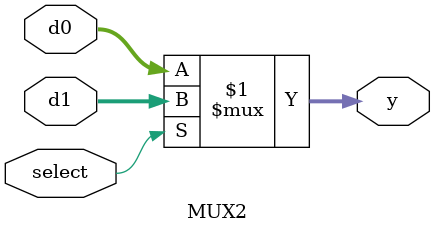
<source format=sv>

module MUX2 (
    input  logic [6:0] d0,      // First 7-bit input (selected when select=0)
    input  logic [6:0] d1,      // Second 7-bit input (selected when select=1)
    input  logic       select,  // Select signal (0=d0, 1=d1)
    output logic [6:0] y        // 7-bit output
);

  // 2-to-1 multiplexer: selects d1 when select=1, otherwise selects d0
  assign y = select ? d1 : d0; 
endmodule

</source>
